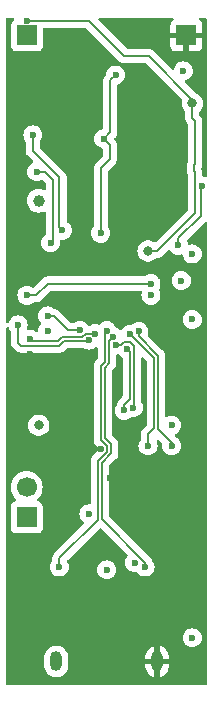
<source format=gbr>
%TF.GenerationSoftware,KiCad,Pcbnew,8.0.6*%
%TF.CreationDate,2025-01-15T19:29:55+01:00*%
%TF.ProjectId,boxmod,626f786d-6f64-42e6-9b69-6361645f7063,rev?*%
%TF.SameCoordinates,Original*%
%TF.FileFunction,Copper,L3,Inr*%
%TF.FilePolarity,Positive*%
%FSLAX46Y46*%
G04 Gerber Fmt 4.6, Leading zero omitted, Abs format (unit mm)*
G04 Created by KiCad (PCBNEW 8.0.6) date 2025-01-15 19:29:55*
%MOMM*%
%LPD*%
G01*
G04 APERTURE LIST*
%TA.AperFunction,ComponentPad*%
%ADD10R,1.700000X1.700000*%
%TD*%
%TA.AperFunction,ComponentPad*%
%ADD11O,1.000000X1.700000*%
%TD*%
%TA.AperFunction,ComponentPad*%
%ADD12C,1.700000*%
%TD*%
%TA.AperFunction,ViaPad*%
%ADD13C,0.600000*%
%TD*%
%TA.AperFunction,ViaPad*%
%ADD14C,0.800000*%
%TD*%
%TA.AperFunction,ViaPad*%
%ADD15C,1.000000*%
%TD*%
%TA.AperFunction,Conductor*%
%ADD16C,0.200000*%
%TD*%
G04 APERTURE END LIST*
D10*
%TO.N,GND*%
%TO.C,J5*%
X102250000Y-53250000D03*
%TD*%
D11*
%TO.N,GND*%
%TO.C,J1*%
X99770000Y-106250000D03*
%TO.N,N/C*%
X91230000Y-106250000D03*
%TD*%
D10*
%TO.N,coil+*%
%TO.C,J4*%
X88750000Y-53250000D03*
%TD*%
D12*
%TO.N,/+BT1*%
%TO.C,BT1*%
X88725000Y-91500000D03*
D10*
%TO.N,/-BT1*%
X88725000Y-94040000D03*
%TD*%
D13*
%TO.N,GND*%
X91800000Y-63650000D03*
X94025000Y-63200000D03*
X91925000Y-63050000D03*
X89150000Y-68625000D03*
D14*
%TO.N,+5V*%
X89750000Y-86250000D03*
D13*
%TO.N,+BATT*%
X94000000Y-93750000D03*
X97875000Y-97875000D03*
%TO.N,RXD*%
X99250000Y-75250000D03*
%TO.N,TXD*%
X101825000Y-74000000D03*
%TO.N,MISO*%
X94550000Y-78500000D03*
X89012618Y-78950000D03*
%TO.N,RESET*%
X99250000Y-74250000D03*
X88750000Y-75250000D03*
%TO.N,SCK*%
X94000000Y-79050000D03*
X88000000Y-77750000D03*
%TO.N,MOSI*%
X93222182Y-78222182D03*
X90500000Y-77000000D03*
%TO.N,moins*%
X98750000Y-98250000D03*
X96054957Y-78754503D03*
%TO.N,plus*%
X91500000Y-98250000D03*
X95500000Y-78250000D03*
%TO.N,fire*%
X96250000Y-56600000D03*
X95250000Y-62000000D03*
X95000000Y-70000000D03*
%TO.N,PWM*%
X91750000Y-69750000D03*
X89250000Y-61662500D03*
%TO.N,BOOST_EN*%
X90750000Y-70800000D03*
X89575000Y-64800000D03*
%TO.N,SDA*%
X97750000Y-84750000D03*
X96287800Y-79467449D03*
%TO.N,SCL*%
X97225000Y-79775000D03*
X97000000Y-85000000D03*
%TO.N,+USB5V*%
X102750000Y-104250000D03*
X95500000Y-98500000D03*
%TO.N,+3.3V*%
X102750000Y-71750000D03*
X90500000Y-78250000D03*
X101000000Y-86250000D03*
X102000000Y-56250000D03*
X102750000Y-77296300D03*
%TO.N,coil+*%
X88750000Y-52050000D03*
D14*
X99000000Y-71500000D03*
X102750000Y-59000000D03*
D13*
%TO.N,batV*%
X97512230Y-78554820D03*
X99000000Y-88000000D03*
%TO.N,GND*%
X97000000Y-72750000D03*
X91000000Y-101250000D03*
X92750000Y-105750000D03*
X100250000Y-98750000D03*
X100750000Y-69000000D03*
X95000000Y-88250000D03*
X94750000Y-63150000D03*
X96500000Y-71500000D03*
X94500000Y-72750000D03*
X102195000Y-75750000D03*
X89263909Y-72236091D03*
X103000000Y-87750000D03*
X95750000Y-90750000D03*
X98250000Y-105750000D03*
X91000000Y-95000000D03*
X102750000Y-96000000D03*
X89000000Y-80250000D03*
X94500000Y-71500000D03*
X91300000Y-63050000D03*
X100275000Y-101500000D03*
X87500000Y-95750000D03*
X87750000Y-90000000D03*
%TO.N,CoilResSw*%
X101560468Y-71028689D03*
X103600000Y-66000000D03*
%TO.N,BatVoltSw*%
X98221311Y-78310468D03*
X101000000Y-88000000D03*
D15*
%TO.N,Net-(Q2-D)*%
X89750000Y-67250000D03*
%TD*%
D16*
%TO.N,BOOST_EN*%
X90950000Y-65450000D02*
X90950000Y-70600000D01*
X89575000Y-64800000D02*
X90300000Y-64800000D01*
X90300000Y-64800000D02*
X90950000Y-65450000D01*
X90950000Y-70600000D02*
X90750000Y-70800000D01*
%TO.N,PWM*%
X91500000Y-69500000D02*
X91500000Y-65250000D01*
X89250000Y-63000000D02*
X89250000Y-61662500D01*
X91750000Y-69750000D02*
X91500000Y-69500000D01*
X91500000Y-65250000D02*
X89250000Y-63000000D01*
%TO.N,MISO*%
X89212618Y-79150000D02*
X91355025Y-79150000D01*
X89012618Y-78950000D02*
X89212618Y-79150000D01*
X91355025Y-79150000D02*
X91732843Y-78772182D01*
X93450000Y-78772182D02*
X93722182Y-78500000D01*
X91732843Y-78772182D02*
X93450000Y-78772182D01*
X93722182Y-78500000D02*
X94550000Y-78500000D01*
%TO.N,RESET*%
X90500000Y-74250000D02*
X99250000Y-74250000D01*
X89500000Y-75250000D02*
X90500000Y-74250000D01*
X88750000Y-75250000D02*
X89500000Y-75250000D01*
%TO.N,SCK*%
X93927818Y-79122182D02*
X94000000Y-79050000D01*
X88250000Y-79500000D02*
X91500000Y-79500000D01*
X88000000Y-79250000D02*
X88250000Y-79500000D01*
X91877818Y-79122182D02*
X93927818Y-79122182D01*
X88000000Y-77750000D02*
X88000000Y-79250000D01*
X91500000Y-79500000D02*
X91877818Y-79122182D01*
%TO.N,MOSI*%
X90500000Y-77000000D02*
X91000000Y-77000000D01*
X92222182Y-78222182D02*
X93222182Y-78222182D01*
X91000000Y-77000000D02*
X92222182Y-78222182D01*
%TO.N,moins*%
X95900000Y-88622792D02*
X95100000Y-89422792D01*
X95100000Y-94225000D02*
X98750000Y-97875000D01*
X96054957Y-78754503D02*
X95700000Y-79109460D01*
X95700000Y-81017767D02*
X95350000Y-81367767D01*
X95900000Y-87877208D02*
X95900000Y-88622792D01*
X95350000Y-81367767D02*
X95350000Y-87327208D01*
X95700000Y-79109460D02*
X95700000Y-81017767D01*
X95100000Y-89422792D02*
X95100000Y-94225000D01*
X95350000Y-87327208D02*
X95900000Y-87877208D01*
X98750000Y-97875000D02*
X98750000Y-98250000D01*
%TO.N,plus*%
X95000000Y-87472183D02*
X95000000Y-81222793D01*
X95350000Y-78400000D02*
X95500000Y-78250000D01*
X95205025Y-87677208D02*
X95000000Y-87472183D01*
X91500000Y-98250000D02*
X91500000Y-97500000D01*
X95550000Y-88022182D02*
X95205025Y-87677208D01*
X95350000Y-80872793D02*
X95350000Y-78400000D01*
X91500000Y-97500000D02*
X94750000Y-94250000D01*
X94750000Y-89277818D02*
X95550000Y-88477818D01*
X95550000Y-88477818D02*
X95550000Y-88022182D01*
X94750000Y-94250000D02*
X94750000Y-89277818D01*
X95000000Y-81222793D02*
X95350000Y-80872793D01*
%TO.N,fire*%
X95000000Y-70000000D02*
X95000000Y-64500000D01*
X95000000Y-64500000D02*
X95750000Y-63750000D01*
X95750000Y-63750000D02*
X95750000Y-62500000D01*
X95750000Y-62500000D02*
X95250000Y-62000000D01*
X95800000Y-57050000D02*
X95800000Y-61450000D01*
X96250000Y-56600000D02*
X95800000Y-57050000D01*
X95800000Y-61450000D02*
X95250000Y-62000000D01*
%TO.N,SDA*%
X97452818Y-79225000D02*
X97800000Y-79572182D01*
X96754733Y-79467449D02*
X96997182Y-79225000D01*
X96287800Y-79467449D02*
X96754733Y-79467449D01*
X97800000Y-84700000D02*
X97750000Y-84750000D01*
X97800000Y-79572182D02*
X97800000Y-84700000D01*
X96997182Y-79225000D02*
X97452818Y-79225000D01*
%TO.N,SCL*%
X97000000Y-84500000D02*
X97000000Y-85000000D01*
X97450000Y-84050000D02*
X97000000Y-84500000D01*
X97450000Y-80000000D02*
X97450000Y-84050000D01*
X97225000Y-79775000D02*
X97450000Y-80000000D01*
%TO.N,coil+*%
X102750000Y-58678311D02*
X99071689Y-55000000D01*
X102750000Y-59000000D02*
X102750000Y-60250000D01*
X99071689Y-55000000D02*
X97000000Y-55000000D01*
X97000000Y-55000000D02*
X94000000Y-52000000D01*
X99750000Y-71500000D02*
X99000000Y-71500000D01*
X103000000Y-60500000D02*
X103000000Y-64151471D01*
X102750000Y-59000000D02*
X102750000Y-58678311D01*
X103000000Y-64151471D02*
X102900000Y-64251471D01*
X102900000Y-64251471D02*
X102900000Y-64748529D01*
X88800000Y-52000000D02*
X88750000Y-52050000D01*
X103000000Y-64848529D02*
X103000000Y-68250000D01*
X102750000Y-60250000D02*
X103000000Y-60500000D01*
X102900000Y-64748529D02*
X103000000Y-64848529D01*
X94000000Y-52000000D02*
X88800000Y-52000000D01*
X103000000Y-68250000D02*
X99750000Y-71500000D01*
%TO.N,batV*%
X99000000Y-87000000D02*
X99000000Y-88000000D01*
X99500000Y-86500000D02*
X99000000Y-87000000D01*
X99500000Y-80542590D02*
X99500000Y-86500000D01*
X97512230Y-78554820D02*
X99500000Y-80542590D01*
%TO.N,CoilResSw*%
X103500000Y-68500000D02*
X101560468Y-70439532D01*
X103500000Y-66100000D02*
X103500000Y-68500000D01*
X101560468Y-70439532D02*
X101560468Y-71028689D01*
X103600000Y-66000000D02*
X103500000Y-66100000D01*
%TO.N,BatVoltSw*%
X101000000Y-87750000D02*
X101000000Y-88000000D01*
X98221311Y-78721311D02*
X99850000Y-80350000D01*
X99850000Y-86600000D02*
X101000000Y-87750000D01*
X98221311Y-78310468D02*
X98221311Y-78721311D01*
X99850000Y-80350000D02*
X99850000Y-86600000D01*
%TD*%
%TA.AperFunction,Conductor*%
%TO.N,GND*%
G36*
X87626936Y-51770185D02*
G01*
X87672691Y-51822989D01*
X87682635Y-51892147D01*
X87653610Y-51955703D01*
X87634208Y-51973766D01*
X87542455Y-52042452D01*
X87542452Y-52042455D01*
X87456206Y-52157664D01*
X87456202Y-52157671D01*
X87405908Y-52292517D01*
X87399501Y-52352116D01*
X87399500Y-52352135D01*
X87399500Y-54147870D01*
X87399501Y-54147876D01*
X87405908Y-54207483D01*
X87456202Y-54342328D01*
X87456206Y-54342335D01*
X87542452Y-54457544D01*
X87542455Y-54457547D01*
X87657664Y-54543793D01*
X87657671Y-54543797D01*
X87792517Y-54594091D01*
X87792516Y-54594091D01*
X87799444Y-54594835D01*
X87852127Y-54600500D01*
X89647872Y-54600499D01*
X89707483Y-54594091D01*
X89842331Y-54543796D01*
X89957546Y-54457546D01*
X90043796Y-54342331D01*
X90094091Y-54207483D01*
X90100500Y-54147873D01*
X90100499Y-52724499D01*
X90120184Y-52657461D01*
X90172987Y-52611706D01*
X90224499Y-52600500D01*
X93699903Y-52600500D01*
X93766942Y-52620185D01*
X93787583Y-52636818D01*
X96631284Y-55480520D01*
X96631286Y-55480521D01*
X96631290Y-55480524D01*
X96768209Y-55559573D01*
X96768216Y-55559577D01*
X96920943Y-55600501D01*
X96920945Y-55600501D01*
X97086654Y-55600501D01*
X97086670Y-55600500D01*
X98771592Y-55600500D01*
X98838631Y-55620185D01*
X98859273Y-55636819D01*
X101852253Y-58629799D01*
X101885738Y-58691122D01*
X101882504Y-58755796D01*
X101864326Y-58811741D01*
X101864326Y-58811744D01*
X101844540Y-59000000D01*
X101864326Y-59188256D01*
X101864327Y-59188259D01*
X101922818Y-59368277D01*
X101922821Y-59368284D01*
X102017467Y-59532216D01*
X102117650Y-59643480D01*
X102147880Y-59706471D01*
X102149500Y-59726452D01*
X102149500Y-60163330D01*
X102149499Y-60163348D01*
X102149499Y-60329054D01*
X102149498Y-60329054D01*
X102190423Y-60481785D01*
X102219358Y-60531900D01*
X102219359Y-60531904D01*
X102219360Y-60531904D01*
X102269479Y-60618714D01*
X102269481Y-60618717D01*
X102363181Y-60712417D01*
X102396666Y-60773740D01*
X102399500Y-60800098D01*
X102399500Y-63884136D01*
X102382887Y-63946136D01*
X102340424Y-64019682D01*
X102340423Y-64019683D01*
X102340422Y-64019688D01*
X102299499Y-64172414D01*
X102299499Y-64172416D01*
X102299499Y-64340517D01*
X102299500Y-64340530D01*
X102299500Y-64661859D01*
X102299499Y-64661877D01*
X102299499Y-64827583D01*
X102299498Y-64827583D01*
X102340423Y-64980314D01*
X102362306Y-65018216D01*
X102382887Y-65053863D01*
X102399500Y-65115863D01*
X102399500Y-67949902D01*
X102379815Y-68016941D01*
X102363181Y-68037583D01*
X99662096Y-70738667D01*
X99600773Y-70772152D01*
X99531081Y-70767168D01*
X99501532Y-70751305D01*
X99452730Y-70715849D01*
X99452729Y-70715848D01*
X99279807Y-70638857D01*
X99279802Y-70638855D01*
X99133751Y-70607812D01*
X99094646Y-70599500D01*
X98905354Y-70599500D01*
X98872897Y-70606398D01*
X98720197Y-70638855D01*
X98720192Y-70638857D01*
X98547270Y-70715848D01*
X98547265Y-70715851D01*
X98394129Y-70827111D01*
X98267466Y-70967785D01*
X98172821Y-71131715D01*
X98172818Y-71131722D01*
X98120086Y-71294016D01*
X98114326Y-71311744D01*
X98094540Y-71500000D01*
X98114326Y-71688256D01*
X98114327Y-71688259D01*
X98172818Y-71868277D01*
X98172821Y-71868284D01*
X98267467Y-72032216D01*
X98365892Y-72141528D01*
X98394129Y-72172888D01*
X98547265Y-72284148D01*
X98547270Y-72284151D01*
X98720192Y-72361142D01*
X98720197Y-72361144D01*
X98905354Y-72400500D01*
X98905355Y-72400500D01*
X99094644Y-72400500D01*
X99094646Y-72400500D01*
X99279803Y-72361144D01*
X99452730Y-72284151D01*
X99605864Y-72172892D01*
X99605866Y-72172892D01*
X99605866Y-72172890D01*
X99605871Y-72172888D01*
X99634108Y-72141526D01*
X99693594Y-72104880D01*
X99726257Y-72100501D01*
X99829054Y-72100501D01*
X99829057Y-72100501D01*
X99981785Y-72059577D01*
X100031904Y-72030639D01*
X100118716Y-71980520D01*
X100230520Y-71868716D01*
X100230520Y-71868714D01*
X100240728Y-71858507D01*
X100240730Y-71858504D01*
X100680874Y-71418359D01*
X100742195Y-71384876D01*
X100811887Y-71389860D01*
X100867820Y-71431732D01*
X100873546Y-71440069D01*
X100930650Y-71530949D01*
X100930652Y-71530951D01*
X101058206Y-71658505D01*
X101210946Y-71754478D01*
X101324088Y-71794068D01*
X101381213Y-71814057D01*
X101381218Y-71814058D01*
X101560464Y-71834254D01*
X101560468Y-71834254D01*
X101560472Y-71834254D01*
X101739717Y-71814058D01*
X101739718Y-71814057D01*
X101739723Y-71814057D01*
X101796848Y-71794067D01*
X101866624Y-71790505D01*
X101927252Y-71825233D01*
X101959480Y-71887226D01*
X101961022Y-71897224D01*
X101964630Y-71929250D01*
X101964631Y-71929254D01*
X102024211Y-72099523D01*
X102050605Y-72141528D01*
X102120184Y-72252262D01*
X102247738Y-72379816D01*
X102400478Y-72475789D01*
X102570745Y-72535368D01*
X102570750Y-72535369D01*
X102749996Y-72555565D01*
X102750000Y-72555565D01*
X102750004Y-72555565D01*
X102929249Y-72535369D01*
X102929252Y-72535368D01*
X102929255Y-72535368D01*
X103099522Y-72475789D01*
X103252262Y-72379816D01*
X103379816Y-72252262D01*
X103475789Y-72099522D01*
X103535368Y-71929255D01*
X103538977Y-71897224D01*
X103555565Y-71750003D01*
X103555565Y-71749996D01*
X103535369Y-71570750D01*
X103535368Y-71570745D01*
X103486054Y-71429815D01*
X103475789Y-71400478D01*
X103379816Y-71247738D01*
X103252262Y-71120184D01*
X103099523Y-71024211D01*
X102929254Y-70964631D01*
X102929249Y-70964630D01*
X102750004Y-70944435D01*
X102749996Y-70944435D01*
X102570750Y-70964630D01*
X102570739Y-70964633D01*
X102513618Y-70984620D01*
X102443839Y-70988181D01*
X102383212Y-70953451D01*
X102350986Y-70891457D01*
X102349445Y-70881461D01*
X102345837Y-70849438D01*
X102345834Y-70849426D01*
X102283958Y-70672595D01*
X102285363Y-70672103D01*
X102275311Y-70611081D01*
X102303028Y-70546944D01*
X102310692Y-70538541D01*
X103787819Y-69061415D01*
X103849142Y-69027930D01*
X103918834Y-69032914D01*
X103974767Y-69074786D01*
X103999184Y-69140250D01*
X103999500Y-69149096D01*
X103999500Y-108125500D01*
X103979815Y-108192539D01*
X103927011Y-108238294D01*
X103875500Y-108249500D01*
X87124500Y-108249500D01*
X87057461Y-108229815D01*
X87011706Y-108177011D01*
X87000500Y-108125500D01*
X87000500Y-106698543D01*
X90229499Y-106698543D01*
X90267947Y-106891829D01*
X90267950Y-106891839D01*
X90343364Y-107073907D01*
X90343371Y-107073920D01*
X90452860Y-107237781D01*
X90452863Y-107237785D01*
X90592214Y-107377136D01*
X90592218Y-107377139D01*
X90756079Y-107486628D01*
X90756092Y-107486635D01*
X90937001Y-107561569D01*
X90938165Y-107562051D01*
X90938169Y-107562051D01*
X90938170Y-107562052D01*
X91131456Y-107600500D01*
X91131459Y-107600500D01*
X91328543Y-107600500D01*
X91482567Y-107569862D01*
X91521835Y-107562051D01*
X91703914Y-107486632D01*
X91867782Y-107377139D01*
X92007139Y-107237782D01*
X92116632Y-107073914D01*
X92192051Y-106891835D01*
X92230500Y-106698541D01*
X92230500Y-105801504D01*
X98770000Y-105801504D01*
X98770000Y-106000000D01*
X99520000Y-106000000D01*
X99520000Y-106500000D01*
X98770000Y-106500000D01*
X98770000Y-106698495D01*
X98808427Y-106891681D01*
X98808430Y-106891693D01*
X98883807Y-107073671D01*
X98883814Y-107073684D01*
X98993248Y-107237462D01*
X98993251Y-107237466D01*
X99132533Y-107376748D01*
X99132537Y-107376751D01*
X99296315Y-107486185D01*
X99296328Y-107486192D01*
X99478308Y-107561569D01*
X99520000Y-107569862D01*
X99520000Y-106649728D01*
X99558060Y-106741614D01*
X99628386Y-106811940D01*
X99720272Y-106850000D01*
X99819728Y-106850000D01*
X99911614Y-106811940D01*
X99981940Y-106741614D01*
X100020000Y-106649728D01*
X100020000Y-107569862D01*
X100061690Y-107561569D01*
X100061692Y-107561569D01*
X100243671Y-107486192D01*
X100243684Y-107486185D01*
X100407462Y-107376751D01*
X100407466Y-107376748D01*
X100546748Y-107237466D01*
X100546751Y-107237462D01*
X100656185Y-107073684D01*
X100656192Y-107073671D01*
X100731569Y-106891693D01*
X100731572Y-106891681D01*
X100769999Y-106698495D01*
X100770000Y-106698492D01*
X100770000Y-106500000D01*
X100020000Y-106500000D01*
X100020000Y-106000000D01*
X100770000Y-106000000D01*
X100770000Y-105801508D01*
X100769999Y-105801504D01*
X100731572Y-105608318D01*
X100731569Y-105608306D01*
X100656192Y-105426328D01*
X100656185Y-105426315D01*
X100546751Y-105262537D01*
X100546748Y-105262533D01*
X100407466Y-105123251D01*
X100407462Y-105123248D01*
X100243684Y-105013814D01*
X100243671Y-105013807D01*
X100061691Y-104938429D01*
X100061683Y-104938427D01*
X100020000Y-104930135D01*
X100020000Y-105850272D01*
X99981940Y-105758386D01*
X99911614Y-105688060D01*
X99819728Y-105650000D01*
X99720272Y-105650000D01*
X99628386Y-105688060D01*
X99558060Y-105758386D01*
X99520000Y-105850272D01*
X99520000Y-104930136D01*
X99519999Y-104930135D01*
X99478316Y-104938427D01*
X99478308Y-104938429D01*
X99296328Y-105013807D01*
X99296315Y-105013814D01*
X99132537Y-105123248D01*
X99132533Y-105123251D01*
X98993251Y-105262533D01*
X98993248Y-105262537D01*
X98883814Y-105426315D01*
X98883807Y-105426328D01*
X98808430Y-105608306D01*
X98808427Y-105608318D01*
X98770000Y-105801504D01*
X92230500Y-105801504D01*
X92230500Y-105801459D01*
X92230500Y-105801456D01*
X92192052Y-105608170D01*
X92192051Y-105608169D01*
X92192051Y-105608165D01*
X92192049Y-105608160D01*
X92116635Y-105426092D01*
X92116628Y-105426079D01*
X92007139Y-105262218D01*
X92007136Y-105262214D01*
X91867785Y-105122863D01*
X91867781Y-105122860D01*
X91703920Y-105013371D01*
X91703907Y-105013364D01*
X91521839Y-104937950D01*
X91521829Y-104937947D01*
X91328543Y-104899500D01*
X91328541Y-104899500D01*
X91131459Y-104899500D01*
X91131457Y-104899500D01*
X90938170Y-104937947D01*
X90938160Y-104937950D01*
X90756092Y-105013364D01*
X90756079Y-105013371D01*
X90592218Y-105122860D01*
X90592214Y-105122863D01*
X90452863Y-105262214D01*
X90452860Y-105262218D01*
X90343371Y-105426079D01*
X90343364Y-105426092D01*
X90267950Y-105608160D01*
X90267947Y-105608170D01*
X90229500Y-105801456D01*
X90229500Y-105801459D01*
X90229500Y-106698541D01*
X90229500Y-106698543D01*
X90229499Y-106698543D01*
X87000500Y-106698543D01*
X87000500Y-104249996D01*
X101944435Y-104249996D01*
X101944435Y-104250003D01*
X101964630Y-104429249D01*
X101964631Y-104429254D01*
X102024211Y-104599523D01*
X102120184Y-104752262D01*
X102247738Y-104879816D01*
X102400478Y-104975789D01*
X102570745Y-105035368D01*
X102570750Y-105035369D01*
X102749996Y-105055565D01*
X102750000Y-105055565D01*
X102750004Y-105055565D01*
X102929249Y-105035369D01*
X102929252Y-105035368D01*
X102929255Y-105035368D01*
X103099522Y-104975789D01*
X103252262Y-104879816D01*
X103379816Y-104752262D01*
X103475789Y-104599522D01*
X103535368Y-104429255D01*
X103555565Y-104250000D01*
X103535368Y-104070745D01*
X103475789Y-103900478D01*
X103379816Y-103747738D01*
X103252262Y-103620184D01*
X103099523Y-103524211D01*
X102929254Y-103464631D01*
X102929249Y-103464630D01*
X102750004Y-103444435D01*
X102749996Y-103444435D01*
X102570750Y-103464630D01*
X102570745Y-103464631D01*
X102400476Y-103524211D01*
X102247737Y-103620184D01*
X102120184Y-103747737D01*
X102024211Y-103900476D01*
X101964631Y-104070745D01*
X101964630Y-104070750D01*
X101944435Y-104249996D01*
X87000500Y-104249996D01*
X87000500Y-91499999D01*
X87369341Y-91499999D01*
X87369341Y-91500000D01*
X87389936Y-91735403D01*
X87389938Y-91735413D01*
X87451094Y-91963655D01*
X87451096Y-91963659D01*
X87451097Y-91963663D01*
X87550965Y-92177830D01*
X87550967Y-92177834D01*
X87659281Y-92332521D01*
X87686501Y-92371396D01*
X87686506Y-92371402D01*
X87808430Y-92493326D01*
X87841915Y-92554649D01*
X87836931Y-92624341D01*
X87795059Y-92680274D01*
X87764083Y-92697189D01*
X87632669Y-92746203D01*
X87632664Y-92746206D01*
X87517455Y-92832452D01*
X87517452Y-92832455D01*
X87431206Y-92947664D01*
X87431202Y-92947671D01*
X87380908Y-93082517D01*
X87376859Y-93120184D01*
X87374501Y-93142123D01*
X87374500Y-93142135D01*
X87374500Y-94937870D01*
X87374501Y-94937876D01*
X87380908Y-94997483D01*
X87431202Y-95132328D01*
X87431206Y-95132335D01*
X87517452Y-95247544D01*
X87517455Y-95247547D01*
X87632664Y-95333793D01*
X87632671Y-95333797D01*
X87767517Y-95384091D01*
X87767516Y-95384091D01*
X87774444Y-95384835D01*
X87827127Y-95390500D01*
X89622872Y-95390499D01*
X89682483Y-95384091D01*
X89817331Y-95333796D01*
X89932546Y-95247546D01*
X90018796Y-95132331D01*
X90069091Y-94997483D01*
X90075500Y-94937873D01*
X90075499Y-93142128D01*
X90069091Y-93082517D01*
X90047344Y-93024211D01*
X90018797Y-92947671D01*
X90018793Y-92947664D01*
X89932547Y-92832455D01*
X89932544Y-92832452D01*
X89817335Y-92746206D01*
X89817328Y-92746202D01*
X89685917Y-92697189D01*
X89629983Y-92655318D01*
X89605566Y-92589853D01*
X89620418Y-92521580D01*
X89641563Y-92493332D01*
X89763495Y-92371401D01*
X89899035Y-92177830D01*
X89998903Y-91963663D01*
X90060063Y-91735408D01*
X90080659Y-91500000D01*
X90060063Y-91264592D01*
X89998903Y-91036337D01*
X89899035Y-90822171D01*
X89763495Y-90628599D01*
X89763494Y-90628597D01*
X89596402Y-90461506D01*
X89596395Y-90461501D01*
X89402834Y-90325967D01*
X89402830Y-90325965D01*
X89402828Y-90325964D01*
X89188663Y-90226097D01*
X89188659Y-90226096D01*
X89188655Y-90226094D01*
X88960413Y-90164938D01*
X88960403Y-90164936D01*
X88725001Y-90144341D01*
X88724999Y-90144341D01*
X88489596Y-90164936D01*
X88489586Y-90164938D01*
X88261344Y-90226094D01*
X88261335Y-90226098D01*
X88047171Y-90325964D01*
X88047169Y-90325965D01*
X87853597Y-90461505D01*
X87686505Y-90628597D01*
X87550965Y-90822169D01*
X87550964Y-90822171D01*
X87451098Y-91036335D01*
X87451094Y-91036344D01*
X87389938Y-91264586D01*
X87389936Y-91264596D01*
X87369341Y-91499999D01*
X87000500Y-91499999D01*
X87000500Y-86250000D01*
X88844540Y-86250000D01*
X88864326Y-86438256D01*
X88864327Y-86438259D01*
X88922818Y-86618277D01*
X88922821Y-86618284D01*
X89017467Y-86782216D01*
X89105346Y-86879815D01*
X89144129Y-86922888D01*
X89297265Y-87034148D01*
X89297270Y-87034151D01*
X89470192Y-87111142D01*
X89470197Y-87111144D01*
X89655354Y-87150500D01*
X89655355Y-87150500D01*
X89844644Y-87150500D01*
X89844646Y-87150500D01*
X90029803Y-87111144D01*
X90202730Y-87034151D01*
X90355871Y-86922888D01*
X90482533Y-86782216D01*
X90577179Y-86618284D01*
X90635674Y-86438256D01*
X90655460Y-86250000D01*
X90635674Y-86061744D01*
X90577179Y-85881716D01*
X90482533Y-85717784D01*
X90355871Y-85577112D01*
X90355870Y-85577111D01*
X90202734Y-85465851D01*
X90202729Y-85465848D01*
X90029807Y-85388857D01*
X90029802Y-85388855D01*
X89884001Y-85357865D01*
X89844646Y-85349500D01*
X89655354Y-85349500D01*
X89622897Y-85356398D01*
X89470197Y-85388855D01*
X89470192Y-85388857D01*
X89297270Y-85465848D01*
X89297265Y-85465851D01*
X89144129Y-85577111D01*
X89017466Y-85717785D01*
X88922821Y-85881715D01*
X88922818Y-85881722D01*
X88864327Y-86061740D01*
X88864326Y-86061744D01*
X88844540Y-86250000D01*
X87000500Y-86250000D01*
X87000500Y-78047114D01*
X87020185Y-77980075D01*
X87072989Y-77934320D01*
X87142147Y-77924376D01*
X87205703Y-77953401D01*
X87241542Y-78006160D01*
X87274210Y-78099521D01*
X87322197Y-78175892D01*
X87352558Y-78224211D01*
X87370185Y-78252263D01*
X87372445Y-78255097D01*
X87373334Y-78257275D01*
X87373889Y-78258158D01*
X87373734Y-78258255D01*
X87398855Y-78319783D01*
X87399500Y-78332412D01*
X87399500Y-79163330D01*
X87399499Y-79163348D01*
X87399499Y-79329054D01*
X87399498Y-79329054D01*
X87440423Y-79481785D01*
X87469358Y-79531900D01*
X87469359Y-79531904D01*
X87469360Y-79531904D01*
X87481113Y-79552262D01*
X87519479Y-79618714D01*
X87519481Y-79618717D01*
X87638349Y-79737585D01*
X87638355Y-79737590D01*
X87765139Y-79864374D01*
X87765149Y-79864385D01*
X87769479Y-79868715D01*
X87769480Y-79868716D01*
X87881284Y-79980520D01*
X87881286Y-79980521D01*
X87881290Y-79980524D01*
X88006306Y-80052701D01*
X88018216Y-80059577D01*
X88130019Y-80089534D01*
X88170942Y-80100500D01*
X88170943Y-80100500D01*
X91413331Y-80100500D01*
X91413347Y-80100501D01*
X91420943Y-80100501D01*
X91579054Y-80100501D01*
X91579057Y-80100501D01*
X91731785Y-80059577D01*
X91781904Y-80030639D01*
X91868716Y-79980520D01*
X91980520Y-79868716D01*
X91980520Y-79868714D01*
X91990728Y-79858507D01*
X91990731Y-79858503D01*
X92090236Y-79759000D01*
X92151559Y-79725516D01*
X92177916Y-79722682D01*
X93530235Y-79722682D01*
X93596208Y-79741689D01*
X93650475Y-79775788D01*
X93820745Y-79835368D01*
X93820750Y-79835369D01*
X93999996Y-79855565D01*
X94000000Y-79855565D01*
X94000004Y-79855565D01*
X94179249Y-79835369D01*
X94179252Y-79835368D01*
X94179255Y-79835368D01*
X94349522Y-79775789D01*
X94502262Y-79679816D01*
X94537819Y-79644259D01*
X94599142Y-79610774D01*
X94668834Y-79615758D01*
X94724767Y-79657630D01*
X94749184Y-79723094D01*
X94749500Y-79731940D01*
X94749500Y-80572694D01*
X94729815Y-80639733D01*
X94713181Y-80660375D01*
X94624214Y-80749341D01*
X94624215Y-80749342D01*
X94519478Y-80854079D01*
X94497452Y-80892229D01*
X94486439Y-80911306D01*
X94440423Y-80991008D01*
X94399499Y-81143736D01*
X94399499Y-81143738D01*
X94399499Y-81311839D01*
X94399500Y-81311852D01*
X94399500Y-87385513D01*
X94399499Y-87385531D01*
X94399499Y-87551237D01*
X94399498Y-87551237D01*
X94440423Y-87703968D01*
X94469358Y-87754083D01*
X94469359Y-87754087D01*
X94469360Y-87754087D01*
X94519479Y-87840897D01*
X94519481Y-87840900D01*
X94638349Y-87959768D01*
X94638355Y-87959773D01*
X94720165Y-88041583D01*
X94720175Y-88041594D01*
X94840900Y-88162318D01*
X94874385Y-88223641D01*
X94869401Y-88293333D01*
X94840900Y-88337681D01*
X94381286Y-88797296D01*
X94269481Y-88909100D01*
X94269479Y-88909102D01*
X94249499Y-88943709D01*
X94241054Y-88958338D01*
X94190423Y-89046033D01*
X94149499Y-89198761D01*
X94149499Y-89198763D01*
X94149499Y-89366864D01*
X94149500Y-89366877D01*
X94149500Y-92822523D01*
X94129815Y-92889562D01*
X94077011Y-92935317D01*
X94011620Y-92945744D01*
X94004024Y-92944888D01*
X94000000Y-92944435D01*
X93999999Y-92944435D01*
X93999996Y-92944435D01*
X93820750Y-92964630D01*
X93820745Y-92964631D01*
X93650476Y-93024211D01*
X93497737Y-93120184D01*
X93370184Y-93247737D01*
X93274211Y-93400476D01*
X93214631Y-93570745D01*
X93214630Y-93570750D01*
X93194435Y-93749996D01*
X93194435Y-93750003D01*
X93214630Y-93929249D01*
X93214631Y-93929254D01*
X93274211Y-94099523D01*
X93370184Y-94252262D01*
X93497738Y-94379816D01*
X93533864Y-94402516D01*
X93580155Y-94454849D01*
X93590804Y-94523903D01*
X93562429Y-94587751D01*
X93555573Y-94595190D01*
X91131286Y-97019478D01*
X91019481Y-97131282D01*
X91019480Y-97131284D01*
X90974563Y-97209084D01*
X90969361Y-97218094D01*
X90969359Y-97218096D01*
X90940425Y-97268209D01*
X90940424Y-97268210D01*
X90932957Y-97296078D01*
X90899499Y-97420943D01*
X90899499Y-97420945D01*
X90899499Y-97589046D01*
X90899500Y-97589059D01*
X90899500Y-97667587D01*
X90879815Y-97734626D01*
X90872450Y-97744896D01*
X90870186Y-97747734D01*
X90774211Y-97900476D01*
X90714631Y-98070745D01*
X90714630Y-98070750D01*
X90694435Y-98249996D01*
X90694435Y-98250003D01*
X90714630Y-98429249D01*
X90714631Y-98429254D01*
X90774211Y-98599523D01*
X90853353Y-98725476D01*
X90870184Y-98752262D01*
X90997738Y-98879816D01*
X91150478Y-98975789D01*
X91320745Y-99035368D01*
X91320750Y-99035369D01*
X91499996Y-99055565D01*
X91500000Y-99055565D01*
X91500004Y-99055565D01*
X91679249Y-99035369D01*
X91679252Y-99035368D01*
X91679255Y-99035368D01*
X91849522Y-98975789D01*
X92002262Y-98879816D01*
X92129816Y-98752262D01*
X92225789Y-98599522D01*
X92260615Y-98499996D01*
X94694435Y-98499996D01*
X94694435Y-98500003D01*
X94714630Y-98679249D01*
X94714631Y-98679254D01*
X94774211Y-98849523D01*
X94853549Y-98975788D01*
X94870184Y-99002262D01*
X94997738Y-99129816D01*
X95150478Y-99225789D01*
X95320745Y-99285368D01*
X95320750Y-99285369D01*
X95499996Y-99305565D01*
X95500000Y-99305565D01*
X95500004Y-99305565D01*
X95679249Y-99285369D01*
X95679252Y-99285368D01*
X95679255Y-99285368D01*
X95849522Y-99225789D01*
X96002262Y-99129816D01*
X96129816Y-99002262D01*
X96225789Y-98849522D01*
X96285368Y-98679255D01*
X96285369Y-98679249D01*
X96305565Y-98500003D01*
X96305565Y-98499996D01*
X96285369Y-98320750D01*
X96285368Y-98320745D01*
X96225788Y-98150476D01*
X96186582Y-98088080D01*
X96129816Y-97997738D01*
X96002262Y-97870184D01*
X95912967Y-97814076D01*
X95849523Y-97774211D01*
X95679254Y-97714631D01*
X95679249Y-97714630D01*
X95500004Y-97694435D01*
X95499996Y-97694435D01*
X95320750Y-97714630D01*
X95320745Y-97714631D01*
X95150476Y-97774211D01*
X94997737Y-97870184D01*
X94870184Y-97997737D01*
X94774211Y-98150476D01*
X94714631Y-98320745D01*
X94714630Y-98320750D01*
X94694435Y-98499996D01*
X92260615Y-98499996D01*
X92285368Y-98429255D01*
X92291226Y-98377262D01*
X92305565Y-98250003D01*
X92305565Y-98249996D01*
X92285369Y-98070750D01*
X92285368Y-98070745D01*
X92225788Y-97900475D01*
X92171499Y-97814076D01*
X92152498Y-97746839D01*
X92172865Y-97680004D01*
X92188806Y-97660427D01*
X94849820Y-94999413D01*
X94911141Y-94965930D01*
X94980833Y-94970914D01*
X95025177Y-94999413D01*
X97045243Y-97019478D01*
X97234849Y-97209084D01*
X97268334Y-97270407D01*
X97263350Y-97340099D01*
X97248390Y-97366528D01*
X97248889Y-97366842D01*
X97149211Y-97525476D01*
X97089631Y-97695745D01*
X97089630Y-97695750D01*
X97069435Y-97874996D01*
X97069435Y-97875003D01*
X97089630Y-98054249D01*
X97089631Y-98054254D01*
X97149211Y-98224523D01*
X97209672Y-98320745D01*
X97245184Y-98377262D01*
X97372738Y-98504816D01*
X97463080Y-98561582D01*
X97523461Y-98599522D01*
X97525478Y-98600789D01*
X97689032Y-98658019D01*
X97695745Y-98660368D01*
X97695750Y-98660369D01*
X97874996Y-98680565D01*
X97875000Y-98680565D01*
X97875003Y-98680565D01*
X97953739Y-98671693D01*
X97984476Y-98668230D01*
X98053298Y-98680284D01*
X98103353Y-98725476D01*
X98120184Y-98752262D01*
X98247738Y-98879816D01*
X98400478Y-98975789D01*
X98570745Y-99035368D01*
X98570750Y-99035369D01*
X98749996Y-99055565D01*
X98750000Y-99055565D01*
X98750004Y-99055565D01*
X98929249Y-99035369D01*
X98929252Y-99035368D01*
X98929255Y-99035368D01*
X99099522Y-98975789D01*
X99252262Y-98879816D01*
X99379816Y-98752262D01*
X99475789Y-98599522D01*
X99535368Y-98429255D01*
X99541226Y-98377262D01*
X99555565Y-98250003D01*
X99555565Y-98249996D01*
X99535369Y-98070750D01*
X99535368Y-98070745D01*
X99475788Y-97900476D01*
X99379815Y-97747737D01*
X99345620Y-97713542D01*
X99313526Y-97657952D01*
X99309578Y-97643219D01*
X99309576Y-97643213D01*
X99230524Y-97506290D01*
X99230518Y-97506282D01*
X95736819Y-94012583D01*
X95703334Y-93951260D01*
X95700500Y-93924902D01*
X95700500Y-89722888D01*
X95720185Y-89655849D01*
X95736815Y-89635211D01*
X96268713Y-89103313D01*
X96268716Y-89103312D01*
X96380520Y-88991508D01*
X96430639Y-88904696D01*
X96459577Y-88854577D01*
X96500501Y-88701849D01*
X96500501Y-88543735D01*
X96500501Y-88536140D01*
X96500500Y-88536122D01*
X96500500Y-87798150D01*
X96498422Y-87790397D01*
X96498422Y-87790396D01*
X96498421Y-87790393D01*
X96489277Y-87756265D01*
X96459577Y-87645424D01*
X96429229Y-87592859D01*
X96380524Y-87508498D01*
X96380521Y-87508494D01*
X96380520Y-87508492D01*
X96268716Y-87396688D01*
X96268715Y-87396687D01*
X96264385Y-87392357D01*
X96264374Y-87392347D01*
X95986819Y-87114792D01*
X95953334Y-87053469D01*
X95950500Y-87027111D01*
X95950500Y-85043042D01*
X95963108Y-85000101D01*
X95952360Y-84978351D01*
X95950500Y-84956957D01*
X95950500Y-81667864D01*
X95970185Y-81600825D01*
X95986819Y-81580183D01*
X96180520Y-81386483D01*
X96259577Y-81249551D01*
X96300501Y-81096824D01*
X96300501Y-80938709D01*
X96300501Y-80931114D01*
X96300500Y-80931096D01*
X96300500Y-80382396D01*
X96320185Y-80315357D01*
X96372989Y-80269602D01*
X96410618Y-80259176D01*
X96467046Y-80252818D01*
X96467045Y-80252818D01*
X96467055Y-80252817D01*
X96470319Y-80251674D01*
X96472561Y-80251560D01*
X96473837Y-80251269D01*
X96473888Y-80251492D01*
X96540093Y-80248110D01*
X96598956Y-80281034D01*
X96722738Y-80404816D01*
X96791473Y-80448005D01*
X96837763Y-80500337D01*
X96849500Y-80552997D01*
X96849500Y-83749902D01*
X96829815Y-83816941D01*
X96813181Y-83837583D01*
X96519481Y-84131282D01*
X96519480Y-84131284D01*
X96483020Y-84194435D01*
X96440423Y-84268215D01*
X96428985Y-84310903D01*
X96399498Y-84420945D01*
X96398438Y-84429003D01*
X96396232Y-84428712D01*
X96379814Y-84484628D01*
X96372445Y-84494903D01*
X96370184Y-84497737D01*
X96274211Y-84650476D01*
X96214631Y-84820745D01*
X96214630Y-84820750D01*
X96197720Y-84970840D01*
X96186574Y-84997365D01*
X96193477Y-85008107D01*
X96197720Y-85029159D01*
X96214630Y-85179249D01*
X96214631Y-85179254D01*
X96274211Y-85349523D01*
X96347304Y-85465849D01*
X96370184Y-85502262D01*
X96497738Y-85629816D01*
X96557588Y-85667422D01*
X96637739Y-85717785D01*
X96650478Y-85725789D01*
X96713202Y-85747737D01*
X96820745Y-85785368D01*
X96820750Y-85785369D01*
X96999996Y-85805565D01*
X97000000Y-85805565D01*
X97000004Y-85805565D01*
X97179249Y-85785369D01*
X97179252Y-85785368D01*
X97179255Y-85785368D01*
X97349522Y-85725789D01*
X97502262Y-85629816D01*
X97511894Y-85620184D01*
X97551855Y-85580223D01*
X97613178Y-85546737D01*
X97653420Y-85544683D01*
X97690155Y-85548822D01*
X97749998Y-85555565D01*
X97750000Y-85555565D01*
X97750004Y-85555565D01*
X97929249Y-85535369D01*
X97929252Y-85535368D01*
X97929255Y-85535368D01*
X98099522Y-85475789D01*
X98252262Y-85379816D01*
X98379816Y-85252262D01*
X98475789Y-85099522D01*
X98535368Y-84929255D01*
X98535369Y-84929249D01*
X98555565Y-84750003D01*
X98555565Y-84749996D01*
X98535369Y-84570750D01*
X98535366Y-84570737D01*
X98475790Y-84400481D01*
X98475789Y-84400478D01*
X98454008Y-84365814D01*
X98419506Y-84310903D01*
X98400500Y-84244931D01*
X98400500Y-80591687D01*
X98420185Y-80524648D01*
X98472989Y-80478893D01*
X98542147Y-80468949D01*
X98605703Y-80497974D01*
X98612181Y-80504006D01*
X98863181Y-80755006D01*
X98896666Y-80816329D01*
X98899500Y-80842687D01*
X98899500Y-86199901D01*
X98879815Y-86266940D01*
X98863181Y-86287582D01*
X98624214Y-86526548D01*
X98624215Y-86526549D01*
X98519480Y-86631284D01*
X98488739Y-86684530D01*
X98440423Y-86768215D01*
X98399499Y-86920943D01*
X98399499Y-86920945D01*
X98399499Y-87089046D01*
X98399500Y-87089059D01*
X98399500Y-87417587D01*
X98379815Y-87484626D01*
X98372450Y-87494896D01*
X98370186Y-87497734D01*
X98274211Y-87650476D01*
X98214631Y-87820745D01*
X98214630Y-87820750D01*
X98194435Y-87999996D01*
X98194435Y-88000003D01*
X98214630Y-88179249D01*
X98214631Y-88179254D01*
X98274211Y-88349523D01*
X98370184Y-88502262D01*
X98497738Y-88629816D01*
X98650478Y-88725789D01*
X98820745Y-88785368D01*
X98820750Y-88785369D01*
X98999996Y-88805565D01*
X99000000Y-88805565D01*
X99000004Y-88805565D01*
X99179249Y-88785369D01*
X99179252Y-88785368D01*
X99179255Y-88785368D01*
X99349522Y-88725789D01*
X99502262Y-88629816D01*
X99629816Y-88502262D01*
X99725789Y-88349522D01*
X99785368Y-88179255D01*
X99785369Y-88179249D01*
X99805565Y-88000003D01*
X99805565Y-87999996D01*
X99785369Y-87820750D01*
X99785368Y-87820745D01*
X99730044Y-87662638D01*
X99726483Y-87592859D01*
X99761212Y-87532231D01*
X99823205Y-87500004D01*
X99892780Y-87506409D01*
X99934765Y-87534000D01*
X100063402Y-87662638D01*
X100173103Y-87772339D01*
X100206588Y-87833662D01*
X100208642Y-87873903D01*
X100194435Y-87999996D01*
X100194435Y-88000003D01*
X100214630Y-88179249D01*
X100214631Y-88179254D01*
X100274211Y-88349523D01*
X100370184Y-88502262D01*
X100497738Y-88629816D01*
X100650478Y-88725789D01*
X100820745Y-88785368D01*
X100820750Y-88785369D01*
X100999996Y-88805565D01*
X101000000Y-88805565D01*
X101000004Y-88805565D01*
X101179249Y-88785369D01*
X101179252Y-88785368D01*
X101179255Y-88785368D01*
X101349522Y-88725789D01*
X101502262Y-88629816D01*
X101629816Y-88502262D01*
X101725789Y-88349522D01*
X101785368Y-88179255D01*
X101785369Y-88179249D01*
X101805565Y-88000003D01*
X101805565Y-87999996D01*
X101785369Y-87820750D01*
X101785368Y-87820745D01*
X101725788Y-87650476D01*
X101686582Y-87588080D01*
X101629816Y-87497738D01*
X101502262Y-87370184D01*
X101502261Y-87370183D01*
X101425723Y-87322091D01*
X101404014Y-87304778D01*
X101285722Y-87186486D01*
X101252237Y-87125163D01*
X101257221Y-87055471D01*
X101299093Y-86999538D01*
X101332450Y-86981763D01*
X101336927Y-86980195D01*
X101349522Y-86975789D01*
X101502262Y-86879816D01*
X101629816Y-86752262D01*
X101725789Y-86599522D01*
X101785368Y-86429255D01*
X101801331Y-86287582D01*
X101805565Y-86250003D01*
X101805565Y-86249996D01*
X101785369Y-86070750D01*
X101785368Y-86070745D01*
X101725788Y-85900476D01*
X101653461Y-85785369D01*
X101629816Y-85747738D01*
X101502262Y-85620184D01*
X101349523Y-85524211D01*
X101179254Y-85464631D01*
X101179249Y-85464630D01*
X101000004Y-85444435D01*
X100999996Y-85444435D01*
X100820750Y-85464630D01*
X100820745Y-85464631D01*
X100650473Y-85524212D01*
X100640468Y-85530499D01*
X100573230Y-85549496D01*
X100506396Y-85529126D01*
X100461184Y-85475857D01*
X100450500Y-85425503D01*
X100450500Y-80270946D01*
X100450499Y-80270939D01*
X100440008Y-80231785D01*
X100409577Y-80118215D01*
X100371752Y-80052701D01*
X100371752Y-80052700D01*
X100330522Y-79981287D01*
X100330521Y-79981286D01*
X100330520Y-79981284D01*
X100218716Y-79869480D01*
X100218715Y-79869479D01*
X100214385Y-79865149D01*
X100214374Y-79865139D01*
X99018296Y-78669061D01*
X98984811Y-78607738D01*
X98988935Y-78540430D01*
X99006679Y-78489723D01*
X99024814Y-78328771D01*
X99026876Y-78310471D01*
X99026876Y-78310464D01*
X99006680Y-78131218D01*
X99006679Y-78131213D01*
X98968495Y-78022089D01*
X98947100Y-77960946D01*
X98927183Y-77929249D01*
X98851126Y-77808205D01*
X98723573Y-77680652D01*
X98570834Y-77584679D01*
X98400565Y-77525099D01*
X98400560Y-77525098D01*
X98221315Y-77504903D01*
X98221307Y-77504903D01*
X98042061Y-77525098D01*
X98042056Y-77525099D01*
X97871787Y-77584679D01*
X97719045Y-77680654D01*
X97719044Y-77680655D01*
X97678671Y-77721027D01*
X97617347Y-77754511D01*
X97577110Y-77756564D01*
X97512235Y-77749255D01*
X97512226Y-77749255D01*
X97332980Y-77769450D01*
X97332975Y-77769451D01*
X97162706Y-77829031D01*
X97009967Y-77925004D01*
X96882412Y-78052559D01*
X96811820Y-78164906D01*
X96759486Y-78211196D01*
X96690432Y-78221844D01*
X96626584Y-78193469D01*
X96619146Y-78186614D01*
X96557219Y-78124687D01*
X96404483Y-78028716D01*
X96404481Y-78028715D01*
X96404479Y-78028714D01*
X96308349Y-77995076D01*
X96251577Y-77954357D01*
X96232267Y-77918991D01*
X96225789Y-77900478D01*
X96225174Y-77899500D01*
X96169462Y-77810834D01*
X96129816Y-77747738D01*
X96002262Y-77620184D01*
X95967978Y-77598642D01*
X95849523Y-77524211D01*
X95679254Y-77464631D01*
X95679249Y-77464630D01*
X95500004Y-77444435D01*
X95499996Y-77444435D01*
X95320750Y-77464630D01*
X95320745Y-77464631D01*
X95150476Y-77524211D01*
X94997739Y-77620183D01*
X94913271Y-77704651D01*
X94851947Y-77738135D01*
X94784636Y-77734011D01*
X94729255Y-77714632D01*
X94729254Y-77714631D01*
X94729252Y-77714631D01*
X94729246Y-77714630D01*
X94550004Y-77694435D01*
X94549996Y-77694435D01*
X94370750Y-77714630D01*
X94370745Y-77714631D01*
X94200476Y-77774211D01*
X94080089Y-77849856D01*
X94012852Y-77868856D01*
X93946017Y-77848488D01*
X93909123Y-77810834D01*
X93883120Y-77769450D01*
X93851998Y-77719920D01*
X93724444Y-77592366D01*
X93712210Y-77584679D01*
X93571705Y-77496393D01*
X93401436Y-77436813D01*
X93401431Y-77436812D01*
X93222186Y-77416617D01*
X93222178Y-77416617D01*
X93042932Y-77436812D01*
X93042927Y-77436813D01*
X92872658Y-77496393D01*
X92719918Y-77592367D01*
X92717085Y-77594627D01*
X92714906Y-77595516D01*
X92714024Y-77596071D01*
X92713926Y-77595916D01*
X92652399Y-77621037D01*
X92639770Y-77621682D01*
X92522279Y-77621682D01*
X92455240Y-77601997D01*
X92434598Y-77585363D01*
X92145531Y-77296296D01*
X101944435Y-77296296D01*
X101944435Y-77296303D01*
X101964630Y-77475549D01*
X101964631Y-77475554D01*
X102024211Y-77645823D01*
X102101892Y-77769450D01*
X102120184Y-77798562D01*
X102247738Y-77926116D01*
X102400478Y-78022089D01*
X102539529Y-78070745D01*
X102570745Y-78081668D01*
X102570750Y-78081669D01*
X102749996Y-78101865D01*
X102750000Y-78101865D01*
X102750004Y-78101865D01*
X102929249Y-78081669D01*
X102929252Y-78081668D01*
X102929255Y-78081668D01*
X103099522Y-78022089D01*
X103252262Y-77926116D01*
X103379816Y-77798562D01*
X103475789Y-77645822D01*
X103535368Y-77475555D01*
X103536599Y-77464630D01*
X103555565Y-77296303D01*
X103555565Y-77296296D01*
X103535369Y-77117050D01*
X103535368Y-77117045D01*
X103482036Y-76964631D01*
X103475789Y-76946778D01*
X103379816Y-76794038D01*
X103252262Y-76666484D01*
X103226789Y-76650478D01*
X103099523Y-76570511D01*
X102929254Y-76510931D01*
X102929249Y-76510930D01*
X102750004Y-76490735D01*
X102749996Y-76490735D01*
X102570750Y-76510930D01*
X102570745Y-76510931D01*
X102400476Y-76570511D01*
X102247737Y-76666484D01*
X102120184Y-76794037D01*
X102024211Y-76946776D01*
X101964631Y-77117045D01*
X101964630Y-77117050D01*
X101944435Y-77296296D01*
X92145531Y-77296296D01*
X91487590Y-76638355D01*
X91487588Y-76638352D01*
X91368717Y-76519481D01*
X91368709Y-76519475D01*
X91266936Y-76460717D01*
X91266934Y-76460716D01*
X91231790Y-76440425D01*
X91231789Y-76440424D01*
X91079054Y-76399498D01*
X91070997Y-76398438D01*
X91071287Y-76396232D01*
X91015372Y-76379814D01*
X91005097Y-76372445D01*
X91002262Y-76370184D01*
X90849523Y-76274211D01*
X90679254Y-76214631D01*
X90679249Y-76214630D01*
X90500004Y-76194435D01*
X90499996Y-76194435D01*
X90320750Y-76214630D01*
X90320745Y-76214631D01*
X90150476Y-76274211D01*
X89997737Y-76370184D01*
X89870184Y-76497737D01*
X89774211Y-76650476D01*
X89714631Y-76820745D01*
X89714630Y-76820750D01*
X89694435Y-76999996D01*
X89694435Y-77000003D01*
X89714630Y-77179249D01*
X89714631Y-77179254D01*
X89774211Y-77349523D01*
X89870184Y-77502262D01*
X89905241Y-77537319D01*
X89938726Y-77598642D01*
X89933742Y-77668334D01*
X89905241Y-77712681D01*
X89870184Y-77747737D01*
X89774211Y-77900476D01*
X89714631Y-78070745D01*
X89714630Y-78070749D01*
X89697273Y-78224802D01*
X89670206Y-78289216D01*
X89612611Y-78328771D01*
X89542774Y-78330908D01*
X89508081Y-78315912D01*
X89362141Y-78224211D01*
X89191872Y-78164631D01*
X89191867Y-78164630D01*
X89012622Y-78144435D01*
X89012614Y-78144435D01*
X88893759Y-78157826D01*
X88824937Y-78145771D01*
X88773558Y-78098422D01*
X88755934Y-78030811D01*
X88762835Y-77993650D01*
X88785367Y-77929259D01*
X88785369Y-77929249D01*
X88805565Y-77750003D01*
X88805565Y-77749996D01*
X88785369Y-77570750D01*
X88785368Y-77570745D01*
X88758458Y-77493840D01*
X88725789Y-77400478D01*
X88629816Y-77247738D01*
X88502262Y-77120184D01*
X88497266Y-77117045D01*
X88349523Y-77024211D01*
X88179254Y-76964631D01*
X88179249Y-76964630D01*
X88000004Y-76944435D01*
X87999996Y-76944435D01*
X87820750Y-76964630D01*
X87820745Y-76964631D01*
X87650476Y-77024211D01*
X87497737Y-77120184D01*
X87370184Y-77247737D01*
X87274209Y-77400480D01*
X87241541Y-77493840D01*
X87200820Y-77550616D01*
X87135867Y-77576363D01*
X87067305Y-77562907D01*
X87016903Y-77514519D01*
X87000500Y-77452885D01*
X87000500Y-75249996D01*
X87944435Y-75249996D01*
X87944435Y-75250003D01*
X87964630Y-75429249D01*
X87964631Y-75429254D01*
X88024211Y-75599523D01*
X88120184Y-75752262D01*
X88247738Y-75879816D01*
X88400478Y-75975789D01*
X88570745Y-76035368D01*
X88570750Y-76035369D01*
X88749996Y-76055565D01*
X88750000Y-76055565D01*
X88750004Y-76055565D01*
X88929249Y-76035369D01*
X88929252Y-76035368D01*
X88929255Y-76035368D01*
X89099522Y-75975789D01*
X89252262Y-75879816D01*
X89252267Y-75879810D01*
X89255097Y-75877555D01*
X89257275Y-75876665D01*
X89258158Y-75876111D01*
X89258255Y-75876265D01*
X89319783Y-75851145D01*
X89332412Y-75850500D01*
X89413331Y-75850500D01*
X89413347Y-75850501D01*
X89420943Y-75850501D01*
X89579054Y-75850501D01*
X89579057Y-75850501D01*
X89731785Y-75809577D01*
X89781904Y-75780639D01*
X89868716Y-75730520D01*
X89980520Y-75618716D01*
X89980520Y-75618714D01*
X89990728Y-75608507D01*
X89990729Y-75608504D01*
X90712417Y-74886819D01*
X90773740Y-74853334D01*
X90800098Y-74850500D01*
X98366937Y-74850500D01*
X98433976Y-74870185D01*
X98479731Y-74922989D01*
X98489675Y-74992147D01*
X98483978Y-75015455D01*
X98464633Y-75070737D01*
X98464630Y-75070750D01*
X98444435Y-75249996D01*
X98444435Y-75250003D01*
X98464630Y-75429249D01*
X98464631Y-75429254D01*
X98524211Y-75599523D01*
X98620184Y-75752262D01*
X98747738Y-75879816D01*
X98900478Y-75975789D01*
X99070745Y-76035368D01*
X99070750Y-76035369D01*
X99249996Y-76055565D01*
X99250000Y-76055565D01*
X99250004Y-76055565D01*
X99429249Y-76035369D01*
X99429252Y-76035368D01*
X99429255Y-76035368D01*
X99599522Y-75975789D01*
X99752262Y-75879816D01*
X99879816Y-75752262D01*
X99975789Y-75599522D01*
X100035368Y-75429255D01*
X100055565Y-75250000D01*
X100035368Y-75070745D01*
X99975789Y-74900478D01*
X99975788Y-74900476D01*
X99975788Y-74900475D01*
X99922691Y-74815973D01*
X99903690Y-74748736D01*
X99922691Y-74684027D01*
X99975788Y-74599524D01*
X100002141Y-74524211D01*
X100035368Y-74429255D01*
X100055565Y-74250000D01*
X100047593Y-74179249D01*
X100035369Y-74070750D01*
X100035368Y-74070745D01*
X100010612Y-73999996D01*
X101019435Y-73999996D01*
X101019435Y-74000003D01*
X101039630Y-74179249D01*
X101039631Y-74179254D01*
X101099211Y-74349523D01*
X101158849Y-74444435D01*
X101195184Y-74502262D01*
X101322738Y-74629816D01*
X101475478Y-74725789D01*
X101645745Y-74785368D01*
X101645750Y-74785369D01*
X101824996Y-74805565D01*
X101825000Y-74805565D01*
X101825004Y-74805565D01*
X102004249Y-74785369D01*
X102004252Y-74785368D01*
X102004255Y-74785368D01*
X102174522Y-74725789D01*
X102327262Y-74629816D01*
X102454816Y-74502262D01*
X102550789Y-74349522D01*
X102610368Y-74179255D01*
X102610369Y-74179249D01*
X102630565Y-74000003D01*
X102630565Y-73999996D01*
X102610369Y-73820750D01*
X102610368Y-73820745D01*
X102550788Y-73650476D01*
X102454815Y-73497737D01*
X102327262Y-73370184D01*
X102174523Y-73274211D01*
X102004254Y-73214631D01*
X102004249Y-73214630D01*
X101825004Y-73194435D01*
X101824996Y-73194435D01*
X101645750Y-73214630D01*
X101645745Y-73214631D01*
X101475476Y-73274211D01*
X101322737Y-73370184D01*
X101195184Y-73497737D01*
X101099211Y-73650476D01*
X101039631Y-73820745D01*
X101039630Y-73820750D01*
X101019435Y-73999996D01*
X100010612Y-73999996D01*
X99975788Y-73900476D01*
X99936582Y-73838080D01*
X99879816Y-73747738D01*
X99752262Y-73620184D01*
X99599523Y-73524211D01*
X99429254Y-73464631D01*
X99429249Y-73464630D01*
X99250004Y-73444435D01*
X99249996Y-73444435D01*
X99070750Y-73464630D01*
X99070745Y-73464631D01*
X98900476Y-73524211D01*
X98747736Y-73620185D01*
X98744903Y-73622445D01*
X98742724Y-73623334D01*
X98741842Y-73623889D01*
X98741744Y-73623734D01*
X98680217Y-73648855D01*
X98667588Y-73649500D01*
X90586670Y-73649500D01*
X90586654Y-73649499D01*
X90579058Y-73649499D01*
X90420943Y-73649499D01*
X90344579Y-73669961D01*
X90268214Y-73690423D01*
X90268209Y-73690426D01*
X90131290Y-73769475D01*
X90131282Y-73769481D01*
X89339576Y-74561187D01*
X89278253Y-74594672D01*
X89208561Y-74589688D01*
X89185923Y-74578500D01*
X89099523Y-74524211D01*
X88929254Y-74464631D01*
X88929249Y-74464630D01*
X88750004Y-74444435D01*
X88749996Y-74444435D01*
X88570750Y-74464630D01*
X88570745Y-74464631D01*
X88400476Y-74524211D01*
X88247737Y-74620184D01*
X88120184Y-74747737D01*
X88024211Y-74900476D01*
X87964631Y-75070745D01*
X87964630Y-75070750D01*
X87944435Y-75249996D01*
X87000500Y-75249996D01*
X87000500Y-61662496D01*
X88444435Y-61662496D01*
X88444435Y-61662503D01*
X88464630Y-61841749D01*
X88464631Y-61841754D01*
X88524211Y-62012023D01*
X88571751Y-62087681D01*
X88599148Y-62131284D01*
X88620185Y-62164763D01*
X88622445Y-62167597D01*
X88623334Y-62169775D01*
X88623889Y-62170658D01*
X88623734Y-62170755D01*
X88648855Y-62232283D01*
X88649500Y-62244912D01*
X88649500Y-62913330D01*
X88649499Y-62913348D01*
X88649499Y-63079054D01*
X88649498Y-63079054D01*
X88690424Y-63231789D01*
X88690425Y-63231790D01*
X88712186Y-63269480D01*
X88712187Y-63269482D01*
X88769475Y-63368709D01*
X88769481Y-63368717D01*
X88888349Y-63487585D01*
X88888354Y-63487589D01*
X89270758Y-63869994D01*
X89304243Y-63931316D01*
X89299259Y-64001008D01*
X89257387Y-64056941D01*
X89231529Y-64070723D01*
X89231753Y-64071188D01*
X89225483Y-64074207D01*
X89072737Y-64170184D01*
X88945184Y-64297737D01*
X88849211Y-64450476D01*
X88789631Y-64620745D01*
X88789630Y-64620750D01*
X88769435Y-64799996D01*
X88769435Y-64800003D01*
X88789630Y-64979249D01*
X88789631Y-64979254D01*
X88849211Y-65149523D01*
X88902279Y-65233979D01*
X88945184Y-65302262D01*
X89072738Y-65429816D01*
X89225478Y-65525789D01*
X89395745Y-65585368D01*
X89395750Y-65585369D01*
X89574996Y-65605565D01*
X89575000Y-65605565D01*
X89575004Y-65605565D01*
X89754249Y-65585369D01*
X89754252Y-65585368D01*
X89754255Y-65585368D01*
X89924522Y-65525789D01*
X89995573Y-65481144D01*
X90062805Y-65462145D01*
X90129640Y-65482512D01*
X90149223Y-65498458D01*
X90313181Y-65662416D01*
X90346666Y-65723739D01*
X90349500Y-65750097D01*
X90349500Y-66229102D01*
X90329815Y-66296141D01*
X90277011Y-66341896D01*
X90207853Y-66351840D01*
X90167049Y-66338461D01*
X90134733Y-66321188D01*
X90134727Y-66321186D01*
X89946132Y-66263976D01*
X89946129Y-66263975D01*
X89750000Y-66244659D01*
X89553870Y-66263975D01*
X89365266Y-66321188D01*
X89191467Y-66414086D01*
X89191460Y-66414090D01*
X89039116Y-66539116D01*
X88914090Y-66691460D01*
X88914086Y-66691467D01*
X88821188Y-66865266D01*
X88763975Y-67053870D01*
X88744659Y-67250000D01*
X88763975Y-67446129D01*
X88821188Y-67634733D01*
X88914086Y-67808532D01*
X88914090Y-67808539D01*
X89039116Y-67960883D01*
X89191460Y-68085909D01*
X89191467Y-68085913D01*
X89365266Y-68178811D01*
X89365269Y-68178811D01*
X89365273Y-68178814D01*
X89553868Y-68236024D01*
X89750000Y-68255341D01*
X89946132Y-68236024D01*
X90134727Y-68178814D01*
X90167046Y-68161538D01*
X90235449Y-68147297D01*
X90300693Y-68172297D01*
X90342064Y-68228602D01*
X90349500Y-68270897D01*
X90349500Y-70037710D01*
X90329815Y-70104749D01*
X90291472Y-70142704D01*
X90247738Y-70170183D01*
X90120184Y-70297737D01*
X90024211Y-70450476D01*
X89964631Y-70620745D01*
X89964630Y-70620750D01*
X89944435Y-70799996D01*
X89944435Y-70800003D01*
X89964630Y-70979249D01*
X89964631Y-70979254D01*
X90024211Y-71149523D01*
X90085924Y-71247738D01*
X90120184Y-71302262D01*
X90247738Y-71429816D01*
X90400478Y-71525789D01*
X90528955Y-71570745D01*
X90570745Y-71585368D01*
X90570750Y-71585369D01*
X90749996Y-71605565D01*
X90750000Y-71605565D01*
X90750004Y-71605565D01*
X90929249Y-71585369D01*
X90929252Y-71585368D01*
X90929255Y-71585368D01*
X91099522Y-71525789D01*
X91252262Y-71429816D01*
X91379816Y-71302262D01*
X91475789Y-71149522D01*
X91535368Y-70979255D01*
X91536661Y-70967785D01*
X91555565Y-70800002D01*
X91555565Y-70800000D01*
X91551865Y-70767168D01*
X91547099Y-70724869D01*
X91549925Y-70687184D01*
X91549440Y-70687121D01*
X91550501Y-70679061D01*
X91550501Y-70671843D01*
X91570186Y-70604804D01*
X91622990Y-70559049D01*
X91688385Y-70548623D01*
X91749997Y-70555565D01*
X91750000Y-70555565D01*
X91750004Y-70555565D01*
X91929249Y-70535369D01*
X91929252Y-70535368D01*
X91929255Y-70535368D01*
X92099522Y-70475789D01*
X92252262Y-70379816D01*
X92379816Y-70252262D01*
X92475789Y-70099522D01*
X92510615Y-69999996D01*
X94194435Y-69999996D01*
X94194435Y-70000003D01*
X94214630Y-70179249D01*
X94214631Y-70179254D01*
X94274211Y-70349523D01*
X94337646Y-70450478D01*
X94370184Y-70502262D01*
X94497738Y-70629816D01*
X94512127Y-70638857D01*
X94649021Y-70724874D01*
X94650478Y-70725789D01*
X94782976Y-70772152D01*
X94820745Y-70785368D01*
X94820750Y-70785369D01*
X94999996Y-70805565D01*
X95000000Y-70805565D01*
X95000004Y-70805565D01*
X95179249Y-70785369D01*
X95179252Y-70785368D01*
X95179255Y-70785368D01*
X95349522Y-70725789D01*
X95502262Y-70629816D01*
X95629816Y-70502262D01*
X95725789Y-70349522D01*
X95785368Y-70179255D01*
X95786390Y-70170183D01*
X95805565Y-70000003D01*
X95805565Y-69999996D01*
X95785369Y-69820750D01*
X95785368Y-69820745D01*
X95725788Y-69650476D01*
X95692645Y-69597730D01*
X95629816Y-69497738D01*
X95629814Y-69497736D01*
X95629813Y-69497734D01*
X95627550Y-69494896D01*
X95626659Y-69492715D01*
X95626111Y-69491842D01*
X95626264Y-69491745D01*
X95601144Y-69430209D01*
X95600500Y-69417587D01*
X95600500Y-64800096D01*
X95620185Y-64733057D01*
X95636815Y-64712419D01*
X96108506Y-64240727D01*
X96108511Y-64240724D01*
X96118714Y-64230520D01*
X96118716Y-64230520D01*
X96230520Y-64118716D01*
X96287694Y-64019687D01*
X96309577Y-63981785D01*
X96350500Y-63829057D01*
X96350500Y-63670943D01*
X96350500Y-62589060D01*
X96350501Y-62589047D01*
X96350501Y-62420944D01*
X96350501Y-62420943D01*
X96309577Y-62268216D01*
X96258216Y-62179255D01*
X96230524Y-62131290D01*
X96230518Y-62131282D01*
X96186917Y-62087681D01*
X96153432Y-62026358D01*
X96158416Y-61956666D01*
X96186917Y-61912319D01*
X96280520Y-61818716D01*
X96359577Y-61681784D01*
X96400500Y-61529057D01*
X96400500Y-57483412D01*
X96420185Y-57416373D01*
X96472989Y-57370618D01*
X96483531Y-57366375D01*
X96599522Y-57325789D01*
X96752262Y-57229816D01*
X96879816Y-57102262D01*
X96975789Y-56949522D01*
X97035368Y-56779255D01*
X97035369Y-56779249D01*
X97055565Y-56600003D01*
X97055565Y-56599996D01*
X97035369Y-56420750D01*
X97035368Y-56420745D01*
X96975788Y-56250476D01*
X96879815Y-56097737D01*
X96752262Y-55970184D01*
X96599523Y-55874211D01*
X96429254Y-55814631D01*
X96429249Y-55814630D01*
X96250004Y-55794435D01*
X96249996Y-55794435D01*
X96070750Y-55814630D01*
X96070745Y-55814631D01*
X95900476Y-55874211D01*
X95747737Y-55970184D01*
X95620184Y-56097737D01*
X95524210Y-56250478D01*
X95464630Y-56420750D01*
X95454837Y-56507668D01*
X95427770Y-56572082D01*
X95419299Y-56581465D01*
X95319478Y-56681286D01*
X95319475Y-56681290D01*
X95278501Y-56752261D01*
X95278501Y-56752262D01*
X95240423Y-56818215D01*
X95199499Y-56970943D01*
X95199499Y-56970945D01*
X95199499Y-57139046D01*
X95199500Y-57139059D01*
X95199500Y-61089311D01*
X95179815Y-61156350D01*
X95127011Y-61202105D01*
X95089385Y-61212531D01*
X95070750Y-61214630D01*
X94900478Y-61274210D01*
X94747737Y-61370184D01*
X94620184Y-61497737D01*
X94524211Y-61650476D01*
X94464631Y-61820745D01*
X94464630Y-61820750D01*
X94444435Y-61999996D01*
X94444435Y-62000003D01*
X94464630Y-62179249D01*
X94464631Y-62179254D01*
X94524211Y-62349523D01*
X94569088Y-62420944D01*
X94620184Y-62502262D01*
X94747738Y-62629816D01*
X94900478Y-62725789D01*
X95066455Y-62783867D01*
X95123230Y-62824588D01*
X95148978Y-62889540D01*
X95149500Y-62900908D01*
X95149500Y-63449902D01*
X95129815Y-63516941D01*
X95113181Y-63537583D01*
X94519481Y-64131282D01*
X94519479Y-64131284D01*
X94497021Y-64170184D01*
X94480096Y-64199500D01*
X94440423Y-64268215D01*
X94399499Y-64420943D01*
X94399499Y-64420945D01*
X94399499Y-64589046D01*
X94399500Y-64589059D01*
X94399500Y-69417587D01*
X94379815Y-69484626D01*
X94372450Y-69494896D01*
X94370186Y-69497734D01*
X94274211Y-69650476D01*
X94214631Y-69820745D01*
X94214630Y-69820750D01*
X94194435Y-69999996D01*
X92510615Y-69999996D01*
X92535368Y-69929255D01*
X92535369Y-69929249D01*
X92555565Y-69750003D01*
X92555565Y-69749996D01*
X92535369Y-69570750D01*
X92535368Y-69570745D01*
X92505234Y-69484626D01*
X92475789Y-69400478D01*
X92379816Y-69247738D01*
X92252262Y-69120184D01*
X92252260Y-69120182D01*
X92252258Y-69120181D01*
X92158527Y-69061285D01*
X92112237Y-69008951D01*
X92100500Y-68956292D01*
X92100500Y-65339060D01*
X92100501Y-65339047D01*
X92100501Y-65170944D01*
X92087449Y-65122235D01*
X92059577Y-65018216D01*
X92059573Y-65018209D01*
X91980524Y-64881290D01*
X91980518Y-64881282D01*
X89886819Y-62787583D01*
X89853334Y-62726260D01*
X89850500Y-62699902D01*
X89850500Y-62244912D01*
X89870185Y-62177873D01*
X89877555Y-62167597D01*
X89879810Y-62164767D01*
X89879816Y-62164762D01*
X89975789Y-62012022D01*
X90035368Y-61841755D01*
X90037735Y-61820750D01*
X90055565Y-61662503D01*
X90055565Y-61662496D01*
X90035369Y-61483250D01*
X90035368Y-61483245D01*
X89975788Y-61312976D01*
X89879815Y-61160237D01*
X89752262Y-61032684D01*
X89599523Y-60936711D01*
X89429254Y-60877131D01*
X89429249Y-60877130D01*
X89250004Y-60856935D01*
X89249996Y-60856935D01*
X89070750Y-60877130D01*
X89070745Y-60877131D01*
X88900476Y-60936711D01*
X88747737Y-61032684D01*
X88620184Y-61160237D01*
X88524211Y-61312976D01*
X88464631Y-61483245D01*
X88464630Y-61483250D01*
X88444435Y-61662496D01*
X87000500Y-61662496D01*
X87000500Y-51874500D01*
X87020185Y-51807461D01*
X87072989Y-51761706D01*
X87124500Y-51750500D01*
X87559897Y-51750500D01*
X87626936Y-51770185D01*
G37*
%TD.AperFunction*%
%TA.AperFunction,Conductor*%
G36*
X101127770Y-51770185D02*
G01*
X101173525Y-51822989D01*
X101183469Y-51892147D01*
X101154444Y-51955703D01*
X101135042Y-51973766D01*
X101042812Y-52042809D01*
X101042809Y-52042812D01*
X100956649Y-52157906D01*
X100956645Y-52157913D01*
X100906403Y-52292620D01*
X100906401Y-52292627D01*
X100900000Y-52352155D01*
X100900000Y-53000000D01*
X101816988Y-53000000D01*
X101784075Y-53057007D01*
X101750000Y-53184174D01*
X101750000Y-53315826D01*
X101784075Y-53442993D01*
X101816988Y-53500000D01*
X100900000Y-53500000D01*
X100900000Y-54147844D01*
X100906401Y-54207372D01*
X100906403Y-54207379D01*
X100956645Y-54342086D01*
X100956649Y-54342093D01*
X101042809Y-54457187D01*
X101042812Y-54457190D01*
X101157906Y-54543350D01*
X101157913Y-54543354D01*
X101292620Y-54593596D01*
X101292627Y-54593598D01*
X101352155Y-54599999D01*
X101352172Y-54600000D01*
X102000000Y-54600000D01*
X102000000Y-53683012D01*
X102057007Y-53715925D01*
X102184174Y-53750000D01*
X102315826Y-53750000D01*
X102442993Y-53715925D01*
X102500000Y-53683012D01*
X102500000Y-54600000D01*
X103147828Y-54600000D01*
X103147844Y-54599999D01*
X103207372Y-54593598D01*
X103207379Y-54593596D01*
X103342086Y-54543354D01*
X103342093Y-54543350D01*
X103457187Y-54457190D01*
X103457190Y-54457187D01*
X103543350Y-54342093D01*
X103543354Y-54342086D01*
X103593596Y-54207379D01*
X103593598Y-54207372D01*
X103599999Y-54147844D01*
X103600000Y-54147827D01*
X103600000Y-53500000D01*
X102683012Y-53500000D01*
X102715925Y-53442993D01*
X102750000Y-53315826D01*
X102750000Y-53184174D01*
X102715925Y-53057007D01*
X102683012Y-53000000D01*
X103600000Y-53000000D01*
X103600000Y-52352172D01*
X103599999Y-52352155D01*
X103593598Y-52292627D01*
X103593596Y-52292620D01*
X103543354Y-52157913D01*
X103543350Y-52157906D01*
X103457190Y-52042812D01*
X103457187Y-52042809D01*
X103364958Y-51973766D01*
X103323087Y-51917832D01*
X103318103Y-51848141D01*
X103351589Y-51786818D01*
X103412912Y-51753334D01*
X103439269Y-51750500D01*
X103875500Y-51750500D01*
X103942539Y-51770185D01*
X103988294Y-51822989D01*
X103999500Y-51874500D01*
X103999500Y-65116937D01*
X103979815Y-65183976D01*
X103927011Y-65229731D01*
X103857853Y-65239675D01*
X103834547Y-65233979D01*
X103779249Y-65214630D01*
X103779252Y-65214630D01*
X103710616Y-65206897D01*
X103646202Y-65179830D01*
X103606647Y-65122235D01*
X103600500Y-65083677D01*
X103600500Y-64769474D01*
X103600500Y-64769472D01*
X103559577Y-64616745D01*
X103527968Y-64561997D01*
X103511497Y-64494098D01*
X103527968Y-64438002D01*
X103559577Y-64383255D01*
X103600500Y-64230528D01*
X103600500Y-60420943D01*
X103559577Y-60268216D01*
X103499022Y-60163330D01*
X103480524Y-60131290D01*
X103480521Y-60131286D01*
X103480520Y-60131284D01*
X103386818Y-60037582D01*
X103353334Y-59976258D01*
X103350500Y-59949901D01*
X103350500Y-59726452D01*
X103370185Y-59659413D01*
X103382350Y-59643480D01*
X103482533Y-59532216D01*
X103577179Y-59368284D01*
X103635674Y-59188256D01*
X103655460Y-59000000D01*
X103635674Y-58811744D01*
X103577179Y-58631716D01*
X103482533Y-58467784D01*
X103355871Y-58327112D01*
X103355870Y-58327111D01*
X103202730Y-58215848D01*
X103104832Y-58172261D01*
X103067587Y-58146663D01*
X102153631Y-57232707D01*
X102120146Y-57171384D01*
X102125130Y-57101692D01*
X102167002Y-57045759D01*
X102200357Y-57027984D01*
X102349522Y-56975789D01*
X102502262Y-56879816D01*
X102629816Y-56752262D01*
X102725789Y-56599522D01*
X102785368Y-56429255D01*
X102785369Y-56429249D01*
X102805565Y-56250003D01*
X102805565Y-56249996D01*
X102785369Y-56070750D01*
X102785368Y-56070745D01*
X102750180Y-55970184D01*
X102725789Y-55900478D01*
X102629816Y-55747738D01*
X102502262Y-55620184D01*
X102405807Y-55559577D01*
X102349523Y-55524211D01*
X102179254Y-55464631D01*
X102179249Y-55464630D01*
X102000004Y-55444435D01*
X101999996Y-55444435D01*
X101820750Y-55464630D01*
X101820745Y-55464631D01*
X101650476Y-55524211D01*
X101497737Y-55620184D01*
X101370184Y-55747737D01*
X101274208Y-55900480D01*
X101222014Y-56049642D01*
X101181292Y-56106418D01*
X101116339Y-56132165D01*
X101047778Y-56118708D01*
X101017292Y-56096368D01*
X99559279Y-54638355D01*
X99559277Y-54638352D01*
X99440406Y-54519481D01*
X99440405Y-54519480D01*
X99353593Y-54469360D01*
X99353593Y-54469359D01*
X99353589Y-54469358D01*
X99303474Y-54440423D01*
X99150746Y-54399499D01*
X98992632Y-54399499D01*
X98985036Y-54399499D01*
X98985020Y-54399500D01*
X97300098Y-54399500D01*
X97233059Y-54379815D01*
X97212417Y-54363181D01*
X94811416Y-51962181D01*
X94777931Y-51900858D01*
X94782915Y-51831166D01*
X94824787Y-51775233D01*
X94890251Y-51750816D01*
X94899097Y-51750500D01*
X101060731Y-51750500D01*
X101127770Y-51770185D01*
G37*
%TD.AperFunction*%
%TD*%
M02*

</source>
